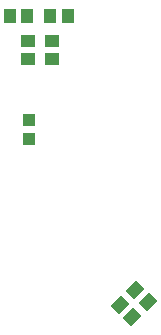
<source format=gbp>
G04*
G04 #@! TF.GenerationSoftware,Altium Limited,Altium Designer,20.0.13 (296)*
G04*
G04 Layer_Color=128*
%FSLAX44Y44*%
%MOMM*%
G71*
G01*
G75*
%ADD14R,1.3000X1.0000*%
%ADD15R,1.0000X1.0000*%
%ADD23R,1.0000X1.3000*%
G04:AMPARAMS|DCode=51|XSize=1.3mm|YSize=1mm|CornerRadius=0mm|HoleSize=0mm|Usage=FLASHONLY|Rotation=225.000|XOffset=0mm|YOffset=0mm|HoleType=Round|Shape=Rectangle|*
%AMROTATEDRECTD51*
4,1,4,0.1061,0.8132,0.8132,0.1061,-0.1061,-0.8132,-0.8132,-0.1061,0.1061,0.8132,0.0*
%
%ADD51ROTATEDRECTD51*%

D14*
X153000Y416500D02*
D03*
Y401500D02*
D03*
X133000Y416500D02*
D03*
Y401500D02*
D03*
D15*
X134000Y334000D02*
D03*
Y350000D02*
D03*
D23*
X132500Y438000D02*
D03*
X117500D02*
D03*
X151500D02*
D03*
X166500D02*
D03*
D51*
X234303Y195697D02*
D03*
X223697Y206303D02*
D03*
X221303Y182697D02*
D03*
X210697Y193303D02*
D03*
M02*

</source>
